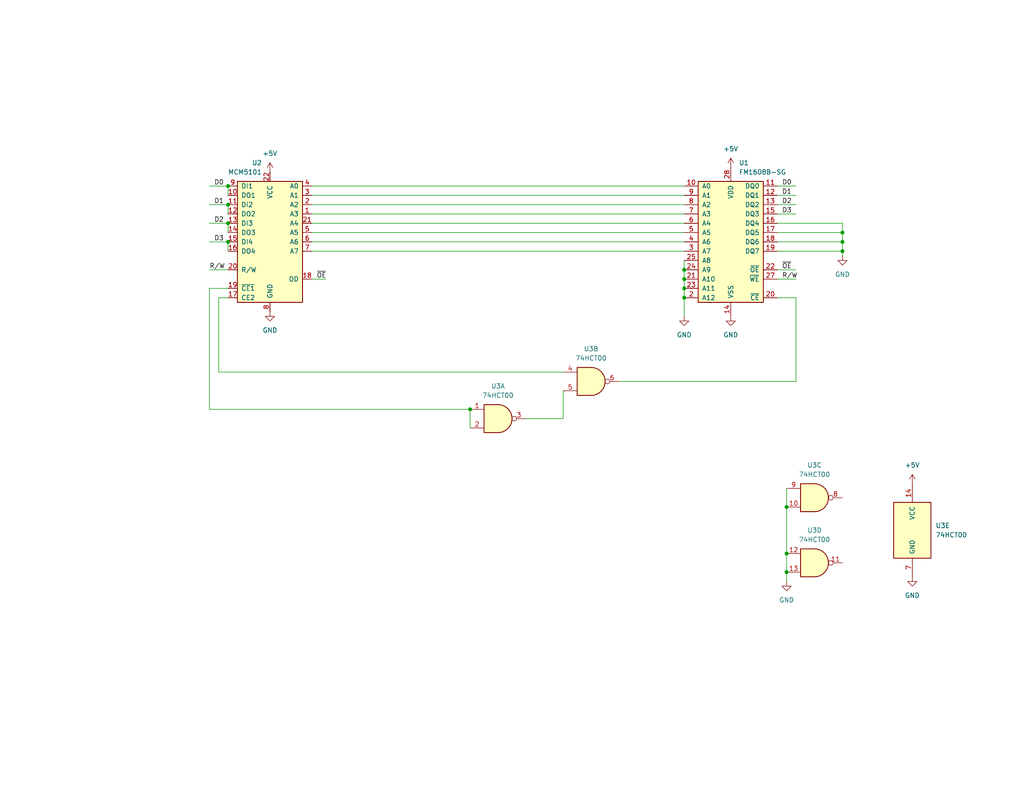
<source format=kicad_sch>
(kicad_sch (version 20231120) (generator "eeschema") (generator_version "8.0")
  (paper "USLetter")
  (title_block (title "FM1608 to 5101 Adapter") (date "2024-12-27") (rev "v1.0") (company "Marc Deslauriers"))
  (lib_symbols
    (symbol "5101:MCM5101" (pin_names (offset 1.016))
      (property "Reference" "U" (at -7.62 17.78 0))
      (property "Value" "MCM5101" (at 1.27 17.78 0))
      (symbol "MCM5101_0_1"
        (rectangle (start -8.89 16.51) (end 8.89 -16.51) (stroke (width 0.254)) (fill (type background)))
      )
      (symbol "MCM5101_1_0"
        (pin input line (at 11.43 -7.62 180) (length 2.54) (name "R/W") (number "20"))
        (pin power_in line (at 0 19.05 270) (length 2.54) (name "VCC") (number "22"))
      )
      (symbol "MCM5101_1_1"
        (pin input line (at -11.43 7.62 0) (length 2.54) (name "A3") (number "1"))
        (pin output line (at 11.43 12.7 180) (length 2.54) (name "DO1") (number "10"))
        (pin input line (at 11.43 10.16 180) (length 2.54) (name "DI2") (number "11"))
        (pin output line (at 11.43 7.62 180) (length 2.54) (name "DO2") (number "12"))
        (pin input line (at 11.43 5.08 180) (length 2.54) (name "DI3") (number "13"))
        (pin output line (at 11.43 2.54 180) (length 2.54) (name "DO3") (number "14"))
        (pin input line (at 11.43 0 180) (length 2.54) (name "DI4") (number "15"))
        (pin output line (at 11.43 -2.54 180) (length 2.54) (name "DO4") (number "16"))
        (pin input line (at 11.43 -15.24 180) (length 2.54) (name "CE2") (number "17"))
        (pin input line (at -11.43 -10.16 0) (length 2.54) (name "OD") (number "18"))
        (pin input line (at 11.43 -12.7 180) (length 2.54) (name "~{CE1}") (number "19"))
        (pin input line (at -11.43 10.16 0) (length 2.54) (name "A2") (number "2"))
        (pin input line (at -11.43 5.08 0) (length 2.54) (name "A4") (number "21"))
        (pin input line (at -11.43 12.7 0) (length 2.54) (name "A1") (number "3"))
        (pin input line (at -11.43 15.24 0) (length 2.54) (name "A0") (number "4"))
        (pin input line (at -11.43 2.54 0) (length 2.54) (name "A5") (number "5"))
        (pin input line (at -11.43 0 0) (length 2.54) (name "A6") (number "6"))
        (pin input line (at -11.43 -2.54 0) (length 2.54) (name "A7") (number "7"))
        (pin power_in line (at 0 -19.05 90) (length 2.54) (name "GND") (number "8"))
        (pin input line (at 11.43 15.24 180) (length 2.54) (name "DI1") (number "9"))
      )
    )
    (symbol "74xx:74HCT00" (pin_names (offset 1.016))
      (property "Reference" "U" (at 0 1.27 0))
      (property "Value" "74HCT00" (at 0 -1.27 0))
      (symbol "74HCT00_1_1"
        (arc (start 0 -3.81) (mid 3.7934 0) (end 0 3.81) (stroke (width 0.254)) (fill (type background)))
        (polyline (pts (xy 0 3.81) (xy -3.81 3.81) (xy -3.81 -3.81) (xy 0 -3.81)) (stroke (width 0.254)) (fill (type background)))
        (pin input line (at -7.62 2.54 0) (length 3.81) (name "~") (number "1"))
        (pin input line (at -7.62 -2.54 0) (length 3.81) (name "~") (number "2"))
        (pin output inverted (at 7.62 0 180) (length 3.81) (name "~") (number "3"))
      )
      (symbol "74HCT00_1_2"
        (arc (start -3.81 -3.81) (mid -2.589 0) (end -3.81 3.81) (stroke (width 0.254)))
        (arc (start -0.6096 -3.81) (mid 2.1842 -2.5851) (end 3.81 0) (stroke (width 0.254)) (fill (type background)))
        (polyline (pts (xy -3.81 -3.81) (xy -0.635 -3.81)) (stroke (width 0.254)) (fill (type background)))
        (polyline (pts (xy -3.81 3.81) (xy -0.635 3.81)) (stroke (width 0.254)) (fill (type background)))
        (polyline (pts (xy -0.635 3.81) (xy -3.81 3.81) (xy -3.81 3.81) (xy -3.556 3.4036) (xy -3.0226 2.2606) (xy -2.6924 1.0414) (xy -2.6162 -0.254) (xy -2.7686 -1.4986) (xy -3.175 -2.7178) (xy -3.81 -3.81) (xy -3.81 -3.81) (xy -0.635 -3.81)) (stroke (width -25.4)) (fill (type background)))
        (arc (start 3.81 0) (mid 2.1915 2.5936) (end -0.6096 3.81) (stroke (width 0.254)) (fill (type background)))
        (pin input inverted (at -7.62 2.54 0) (length 4.318) (name "~") (number "1"))
        (pin input inverted (at -7.62 -2.54 0) (length 4.318) (name "~") (number "2"))
        (pin output line (at 7.62 0 180) (length 3.81) (name "~") (number "3"))
      )
      (symbol "74HCT00_2_1"
        (arc (start 0 -3.81) (mid 3.7934 0) (end 0 3.81) (stroke (width 0.254)) (fill (type background)))
        (polyline (pts (xy 0 3.81) (xy -3.81 3.81) (xy -3.81 -3.81) (xy 0 -3.81)) (stroke (width 0.254)) (fill (type background)))
        (pin input line (at -7.62 2.54 0) (length 3.81) (name "~") (number "4"))
        (pin input line (at -7.62 -2.54 0) (length 3.81) (name "~") (number "5"))
        (pin output inverted (at 7.62 0 180) (length 3.81) (name "~") (number "6"))
      )
      (symbol "74HCT00_2_2"
        (arc (start -3.81 -3.81) (mid -2.589 0) (end -3.81 3.81) (stroke (width 0.254)))
        (arc (start -0.6096 -3.81) (mid 2.1842 -2.5851) (end 3.81 0) (stroke (width 0.254)) (fill (type background)))
        (polyline (pts (xy -3.81 -3.81) (xy -0.635 -3.81)) (stroke (width 0.254)) (fill (type background)))
        (polyline (pts (xy -3.81 3.81) (xy -0.635 3.81)) (stroke (width 0.254)) (fill (type background)))
        (polyline (pts (xy -0.635 3.81) (xy -3.81 3.81) (xy -3.81 3.81) (xy -3.556 3.4036) (xy -3.0226 2.2606) (xy -2.6924 1.0414) (xy -2.6162 -0.254) (xy -2.7686 -1.4986) (xy -3.175 -2.7178) (xy -3.81 -3.81) (xy -3.81 -3.81) (xy -0.635 -3.81)) (stroke (width -25.4)) (fill (type background)))
        (arc (start 3.81 0) (mid 2.1915 2.5936) (end -0.6096 3.81) (stroke (width 0.254)) (fill (type background)))
        (pin input inverted (at -7.62 2.54 0) (length 4.318) (name "~") (number "4"))
        (pin input inverted (at -7.62 -2.54 0) (length 4.318) (name "~") (number "5"))
        (pin output line (at 7.62 0 180) (length 3.81) (name "~") (number "6"))
      )
      (symbol "74HCT00_3_1"
        (arc (start 0 -3.81) (mid 3.7934 0) (end 0 3.81) (stroke (width 0.254)) (fill (type background)))
        (polyline (pts (xy 0 3.81) (xy -3.81 3.81) (xy -3.81 -3.81) (xy 0 -3.81)) (stroke (width 0.254)) (fill (type background)))
        (pin input line (at -7.62 -2.54 0) (length 3.81) (name "~") (number "10"))
        (pin output inverted (at 7.62 0 180) (length 3.81) (name "~") (number "8"))
        (pin input line (at -7.62 2.54 0) (length 3.81) (name "~") (number "9"))
      )
      (symbol "74HCT00_3_2"
        (arc (start -3.81 -3.81) (mid -2.589 0) (end -3.81 3.81) (stroke (width 0.254)))
        (arc (start -0.6096 -3.81) (mid 2.1842 -2.5851) (end 3.81 0) (stroke (width 0.254)) (fill (type background)))
        (polyline (pts (xy -3.81 -3.81) (xy -0.635 -3.81)) (stroke (width 0.254)) (fill (type background)))
        (polyline (pts (xy -3.81 3.81) (xy -0.635 3.81)) (stroke (width 0.254)) (fill (type background)))
        (polyline (pts (xy -0.635 3.81) (xy -3.81 3.81) (xy -3.81 3.81) (xy -3.556 3.4036) (xy -3.0226 2.2606) (xy -2.6924 1.0414) (xy -2.6162 -0.254) (xy -2.7686 -1.4986) (xy -3.175 -2.7178) (xy -3.81 -3.81) (xy -3.81 -3.81) (xy -0.635 -3.81)) (stroke (width -25.4)) (fill (type background)))
        (arc (start 3.81 0) (mid 2.1915 2.5936) (end -0.6096 3.81) (stroke (width 0.254)) (fill (type background)))
        (pin input inverted (at -7.62 -2.54 0) (length 4.318) (name "~") (number "10"))
        (pin output line (at 7.62 0 180) (length 3.81) (name "~") (number "8"))
        (pin input inverted (at -7.62 2.54 0) (length 4.318) (name "~") (number "9"))
      )
      (symbol "74HCT00_4_1"
        (arc (start 0 -3.81) (mid 3.7934 0) (end 0 3.81) (stroke (width 0.254)) (fill (type background)))
        (polyline (pts (xy 0 3.81) (xy -3.81 3.81) (xy -3.81 -3.81) (xy 0 -3.81)) (stroke (width 0.254)) (fill (type background)))
        (pin output inverted (at 7.62 0 180) (length 3.81) (name "~") (number "11"))
        (pin input line (at -7.62 2.54 0) (length 3.81) (name "~") (number "12"))
        (pin input line (at -7.62 -2.54 0) (length 3.81) (name "~") (number "13"))
      )
      (symbol "74HCT00_4_2"
        (arc (start -3.81 -3.81) (mid -2.589 0) (end -3.81 3.81) (stroke (width 0.254)))
        (arc (start -0.6096 -3.81) (mid 2.1842 -2.5851) (end 3.81 0) (stroke (width 0.254)) (fill (type background)))
        (polyline (pts (xy -3.81 -3.81) (xy -0.635 -3.81)) (stroke (width 0.254)) (fill (type background)))
        (polyline (pts (xy -3.81 3.81) (xy -0.635 3.81)) (stroke (width 0.254)) (fill (type background)))
        (polyline (pts (xy -0.635 3.81) (xy -3.81 3.81) (xy -3.81 3.81) (xy -3.556 3.4036) (xy -3.0226 2.2606) (xy -2.6924 1.0414) (xy -2.6162 -0.254) (xy -2.7686 -1.4986) (xy -3.175 -2.7178) (xy -3.81 -3.81) (xy -3.81 -3.81) (xy -0.635 -3.81)) (stroke (width -25.4)) (fill (type background)))
        (arc (start 3.81 0) (mid 2.1915 2.5936) (end -0.6096 3.81) (stroke (width 0.254)) (fill (type background)))
        (pin output line (at 7.62 0 180) (length 3.81) (name "~") (number "11"))
        (pin input inverted (at -7.62 2.54 0) (length 4.318) (name "~") (number "12"))
        (pin input inverted (at -7.62 -2.54 0) (length 4.318) (name "~") (number "13"))
      )
      (symbol "74HCT00_5_0"
        (pin power_in line (at 0 12.7 270) (length 5.08) (name "VCC") (number "14"))
        (pin power_in line (at 0 -12.7 90) (length 5.08) (name "GND") (number "7"))
      )
      (symbol "74HCT00_5_1"
        (rectangle (start -5.08 7.62) (end 5.08 -7.62) (stroke (width 0.254)) (fill (type background)))
      )
    )
    (symbol "Memory_NVRAM:FM1608B-SG" (pin_names (offset 1.016))
      (property "Reference" "U" (at -7.62 17.78 0))
      (property "Value" "FM1608B-SG" (at 1.27 17.78 0))
      (symbol "FM1608B-SG_0_1"
        (rectangle (start -8.89 16.51) (end 8.89 -16.51) (stroke (width 0.254)) (fill (type background)))
      )
      (symbol "FM1608B-SG_1_1"
        (pin input line (at -12.7 15.24 0) (length 3.81) (name "A0") (number "10"))
        (pin bidirectional line (at 12.7 15.24 180) (length 3.81) (name "DQ0") (number "11"))
        (pin bidirectional line (at 12.7 12.7 180) (length 3.81) (name "DQ1") (number "12"))
        (pin bidirectional line (at 12.7 10.16 180) (length 3.81) (name "DQ2") (number "13"))
        (pin power_in line (at 0 -20.32 90) (length 3.81) (name "VSS") (number "14"))
        (pin bidirectional line (at 12.7 7.62 180) (length 3.81) (name "DQ3") (number "15"))
        (pin bidirectional line (at 12.7 5.08 180) (length 3.81) (name "DQ4") (number "16"))
        (pin bidirectional line (at 12.7 2.54 180) (length 3.81) (name "DQ5") (number "17"))
        (pin bidirectional line (at 12.7 0 180) (length 3.81) (name "DQ6") (number "18"))
        (pin bidirectional line (at 12.7 -2.54 180) (length 3.81) (name "DQ7") (number "19"))
        (pin input line (at -12.7 -15.24 0) (length 3.81) (name "A12") (number "2"))
        (pin input line (at 12.7 -15.24 180) (length 3.81) (name "~{CE}") (number "20"))
        (pin input line (at -12.7 -10.16 0) (length 3.81) (name "A10") (number "21"))
        (pin input line (at 12.7 -7.62 180) (length 3.81) (name "~{OE}") (number "22"))
        (pin input line (at -12.7 -12.7 0) (length 3.81) (name "A11") (number "23"))
        (pin input line (at -12.7 -7.62 0) (length 3.81) (name "A9") (number "24"))
        (pin input line (at -12.7 -5.08 0) (length 3.81) (name "A8") (number "25"))
        (pin input line (at 12.7 -10.16 180) (length 3.81) (name "~{WE}") (number "27"))
        (pin power_in line (at 0 20.32 270) (length 3.81) (name "VDD") (number "28"))
        (pin input line (at -12.7 -2.54 0) (length 3.81) (name "A7") (number "3"))
        (pin input line (at -12.7 0 0) (length 3.81) (name "A6") (number "4"))
        (pin input line (at -12.7 2.54 0) (length 3.81) (name "A5") (number "5"))
        (pin input line (at -12.7 5.08 0) (length 3.81) (name "A4") (number "6"))
        (pin input line (at -12.7 7.62 0) (length 3.81) (name "A3") (number "7"))
        (pin input line (at -12.7 10.16 0) (length 3.81) (name "A2") (number "8"))
        (pin input line (at -12.7 12.7 0) (length 3.81) (name "A1") (number "9"))
      )
    )
    (symbol "power:+5V" (power) (pin_numbers hide) (pin_names (offset 0) hide)
      (property "Value" "+5V" (at 0 3.556 0))
      (symbol "+5V_0_1"
        (polyline (pts (xy -0.762 1.27) (xy 0 2.54)))
        (polyline (pts (xy 0 0) (xy 0 2.54)))
        (polyline (pts (xy 0 2.54) (xy 0.762 1.27)))
      )
      (symbol "+5V_1_1"
        (pin power_in line (at 0 0 90) (length 0) (name "~") (number "1"))
      )
    )
    (symbol "power:GND" (power) (pin_numbers hide) (pin_names (offset 0) hide)
      (property "Value" "GND" (at 0 -3.81 0))
      (symbol "GND_0_1"
        (polyline (pts (xy 0 0) (xy 0 -1.27) (xy 1.27 -1.27) (xy 0 -2.54) (xy -1.27 -1.27) (xy 0 -1.27)))
      )
      (symbol "GND_1_1"
        (pin power_in line (at 0 0 270) (length 0) (name "~") (number "1"))
      )
    )
  )
  (junction (at 186.69 81.28))
  (junction (at 62.23 55.88))
  (junction (at 214.63 151.13))
  (junction (at 229.87 63.5))
  (junction (at 62.23 60.96))
  (junction (at 229.87 66.04))
  (junction (at 62.23 50.8))
  (junction (at 128.27 111.76))
  (junction (at 186.69 73.66))
  (junction (at 186.69 76.2))
  (junction (at 229.87 68.58))
  (junction (at 186.69 78.74))
  (junction (at 214.63 156.21))
  (junction (at 62.23 66.04))
  (junction (at 214.63 138.43))
  (wire (pts (xy 186.69 81.28) (xy 186.69 86.36)))
  (wire (pts (xy 62.23 78.74) (xy 57.15 78.74)))
  (wire (pts (xy 212.09 73.66) (xy 217.17 73.66)))
  (wire (pts (xy 212.09 55.88) (xy 217.17 55.88)))
  (wire (pts (xy 85.09 53.34) (xy 186.69 53.34)))
  (wire (pts (xy 62.23 50.8) (xy 62.23 53.34)))
  (wire (pts (xy 217.17 104.14) (xy 168.91 104.14)))
  (wire (pts (xy 62.23 60.96) (xy 57.15 60.96)))
  (wire (pts (xy 62.23 60.96) (xy 62.23 63.5)))
  (wire (pts (xy 229.87 60.96) (xy 229.87 63.5)))
  (wire (pts (xy 62.23 81.28) (xy 59.69 81.28)))
  (wire (pts (xy 85.09 50.8) (xy 186.69 50.8)))
  (wire (pts (xy 57.15 55.88) (xy 62.23 55.88)))
  (wire (pts (xy 186.69 73.66) (xy 186.69 76.2)))
  (wire (pts (xy 85.09 58.42) (xy 186.69 58.42)))
  (wire (pts (xy 85.09 55.88) (xy 186.69 55.88)))
  (wire (pts (xy 229.87 66.04) (xy 229.87 68.58)))
  (wire (pts (xy 229.87 63.5) (xy 229.87 66.04)))
  (wire (pts (xy 212.09 68.58) (xy 229.87 68.58)))
  (wire (pts (xy 57.15 66.04) (xy 62.23 66.04)))
  (wire (pts (xy 212.09 66.04) (xy 229.87 66.04)))
  (wire (pts (xy 143.51 114.3) (xy 153.67 114.3)))
  (wire (pts (xy 85.09 68.58) (xy 186.69 68.58)))
  (wire (pts (xy 57.15 111.76) (xy 128.27 111.76)))
  (wire (pts (xy 59.69 81.28) (xy 59.69 101.6)))
  (wire (pts (xy 212.09 58.42) (xy 217.17 58.42)))
  (wire (pts (xy 186.69 71.12) (xy 186.69 73.66)))
  (wire (pts (xy 85.09 63.5) (xy 186.69 63.5)))
  (wire (pts (xy 217.17 81.28) (xy 217.17 104.14)))
  (wire (pts (xy 214.63 156.21) (xy 214.63 158.75)))
  (wire (pts (xy 57.15 78.74) (xy 57.15 111.76)))
  (wire (pts (xy 214.63 151.13) (xy 214.63 156.21)))
  (wire (pts (xy 214.63 133.35) (xy 214.63 138.43)))
  (wire (pts (xy 85.09 66.04) (xy 186.69 66.04)))
  (wire (pts (xy 57.15 50.8) (xy 62.23 50.8)))
  (wire (pts (xy 128.27 111.76) (xy 128.27 116.84)))
  (wire (pts (xy 212.09 81.28) (xy 217.17 81.28)))
  (wire (pts (xy 212.09 50.8) (xy 217.17 50.8)))
  (wire (pts (xy 85.09 76.2) (xy 88.9 76.2)))
  (wire (pts (xy 214.63 138.43) (xy 214.63 151.13)))
  (wire (pts (xy 186.69 78.74) (xy 186.69 81.28)))
  (wire (pts (xy 62.23 55.88) (xy 62.23 58.42)))
  (wire (pts (xy 212.09 63.5) (xy 229.87 63.5)))
  (wire (pts (xy 62.23 66.04) (xy 62.23 68.58)))
  (wire (pts (xy 212.09 60.96) (xy 229.87 60.96)))
  (wire (pts (xy 212.09 76.2) (xy 217.17 76.2)))
  (wire (pts (xy 153.67 114.3) (xy 153.67 106.68)))
  (wire (pts (xy 59.69 101.6) (xy 153.67 101.6)))
  (wire (pts (xy 212.09 53.34) (xy 217.17 53.34)))
  (wire (pts (xy 57.15 73.66) (xy 62.23 73.66)))
  (wire (pts (xy 229.87 69.85) (xy 229.87 68.58)))
  (wire (pts (xy 186.69 76.2) (xy 186.69 78.74)))
  (wire (pts (xy 85.09 60.96) (xy 186.69 60.96)))
  (label "D0" (at 58.42 50.8 0))
  (label "~{OE}" (at 213.36 73.66 0))
  (label "R{slash}W" (at 213.36 76.2 0))
  (label "~{OE}" (at 86.36 76.2 0))
  (label "D3" (at 58.42 66.04 0))
  (label "D0" (at 213.36 50.8 0))
  (label "D1" (at 213.36 53.34 0))
  (label "D1" (at 58.42 55.88 0))
  (label "R{slash}W" (at 57.15 73.66 0))
  (label "D3" (at 213.36 58.42 0))
  (label "D2" (at 213.36 55.88 0))
  (label "D2" (at 58.42 60.96 0))
  (symbol (lib_id "power:GND") (at 248.92 157.48 0) (unit 1)
    (property "Reference" "#PWR07" (effects (hide yes)))
    (property "Value" "GND" (at 248.92 162.56 0))
    (property "Description" "Power symbol creates a global label with name \"GND\" , ground" (effects (hide yes)))
  )
  (symbol (lib_id "74xx:74HCT00") (at 135.89 114.3 0) (unit 1)
    (property "Reference" "U3" (at 135.8817 105.41 0))
    (property "Value" "74HCT00" (at 135.8817 107.95 0))
    (property "Footprint" "Package_SO:SOIC-14_3.9x8.7mm_P1.27mm" (effects (hide yes)))
    (property "Datasheet" "http://www.ti.com/lit/gpn/sn74hct00" (effects (hide yes)))
    (property "Description" "quad 2-input NAND gate" (effects (hide yes)))
    (property "LCSC Part #" "C6764" (effects (hide yes)))
  )
  (symbol (lib_id "74xx:74HCT00") (at 248.92 144.78 0) (unit 5)
    (property "Reference" "U3" (at 255.27 143.5099 0) (effects (justify left)))
    (property "Value" "74HCT00" (at 255.27 146.0499 0) (effects (justify left)))
    (property "Footprint" "Package_SO:SOIC-14_3.9x8.7mm_P1.27mm" (effects (hide yes)))
    (property "Datasheet" "http://www.ti.com/lit/gpn/sn74hct00" (effects (hide yes)))
    (property "Description" "quad 2-input NAND gate" (effects (hide yes)))
    (property "LCSC Part #" "C6764" (effects (hide yes)))
  )
  (symbol (lib_id "74xx:74HCT00") (at 222.25 135.89 0) (unit 3)
    (property "Reference" "U3" (at 222.2417 127 0))
    (property "Value" "74HCT00" (at 222.2417 129.54 0))
    (property "Footprint" "Package_SO:SOIC-14_3.9x8.7mm_P1.27mm" (effects (hide yes)))
    (property "Datasheet" "http://www.ti.com/lit/gpn/sn74hct00" (effects (hide yes)))
    (property "Description" "quad 2-input NAND gate" (effects (hide yes)))
    (property "LCSC Part #" "C6764" (effects (hide yes)))
  )
  (symbol (lib_id "power:GND") (at 229.87 69.85 0) (unit 1)
    (property "Reference" "#PWR06" (effects (hide yes)))
    (property "Value" "GND" (at 229.87 74.93 0))
    (property "Description" "Power symbol creates a global label with name \"GND\" , ground" (effects (hide yes)))
  )
  (symbol (lib_id "power:+5V") (at 73.66 46.99 0) (unit 1)
    (property "Reference" "#PWR01" (effects (hide yes)))
    (property "Value" "+5V" (at 73.66 41.91 0))
    (property "Description" "Power symbol creates a global label with name \"+5V\"" (effects (hide yes)))
  )
  (symbol (lib_id "5101:MCM5101") (at 73.66 66.04 0) (mirror y) (unit 1)
    (property "Reference" "U2" (at 71.4659 44.45 0) (effects (justify left)))
    (property "Value" "MCM5101" (at 71.4659 46.99 0) (effects (justify left)))
    (property "Footprint" "Package_DIP:DIP-22_W10.16mm_Socket_LongPads" (effects (hide yes)))
    (property "Description" "256 x 4 BIT STATIC RAM" (effects (hide yes)))
  )
  (symbol (lib_id "Memory_NVRAM:FM1608B-SG") (at 199.39 66.04 0) (unit 1)
    (property "Reference" "U1" (at 201.5841 44.45 0) (effects (justify left)))
    (property "Value" "FM1608B-SG" (at 201.5841 46.99 0) (effects (justify left)))
    (property "Footprint" "Package_DIP:DIP-28_W15.24mm_Socket_LongPads" (effects (hide yes)))
    (property "Datasheet" "http://www.cypress.com/file/41731/download" (effects (hide yes)))
    (property "Description" "64Kb FRAM nonvolatile memory, SOIC-28" (effects (hide yes)))
  )
  (symbol (lib_id "power:GND") (at 186.69 86.36 0) (unit 1)
    (property "Reference" "#PWR05" (effects (hide yes)))
    (property "Value" "GND" (at 186.69 91.44 0))
    (property "Description" "Power symbol creates a global label with name \"GND\" , ground" (effects (hide yes)))
  )
  (symbol (lib_id "power:GND") (at 73.66 85.09 0) (unit 1)
    (property "Reference" "#PWR03" (effects (hide yes)))
    (property "Value" "GND" (at 73.66 90.17 0))
    (property "Description" "Power symbol creates a global label with name \"GND\" , ground" (effects (hide yes)))
  )
  (symbol (lib_id "power:+5V") (at 248.92 132.08 0) (unit 1)
    (property "Reference" "#PWR08" (effects (hide yes)))
    (property "Value" "+5V" (at 248.92 127 0))
    (property "Description" "Power symbol creates a global label with name \"+5V\"" (effects (hide yes)))
  )
  (symbol (lib_id "74xx:74HCT00") (at 222.25 153.67 0) (unit 4)
    (property "Reference" "U3" (at 222.2417 144.78 0))
    (property "Value" "74HCT00" (at 222.2417 147.32 0))
    (property "Footprint" "Package_SO:SOIC-14_3.9x8.7mm_P1.27mm" (effects (hide yes)))
    (property "Datasheet" "http://www.ti.com/lit/gpn/sn74hct00" (effects (hide yes)))
    (property "Description" "quad 2-input NAND gate" (effects (hide yes)))
    (property "LCSC Part #" "C6764" (effects (hide yes)))
  )
  (symbol (lib_id "74xx:74HCT00") (at 161.29 104.14 0) (unit 2)
    (property "Reference" "U3" (at 161.2817 95.25 0))
    (property "Value" "74HCT00" (at 161.2817 97.79 0))
    (property "Footprint" "Package_SO:SOIC-14_3.9x8.7mm_P1.27mm" (effects (hide yes)))
    (property "Datasheet" "http://www.ti.com/lit/gpn/sn74hct00" (effects (hide yes)))
    (property "Description" "quad 2-input NAND gate" (effects (hide yes)))
    (property "LCSC Part #" "C6764" (effects (hide yes)))
  )
  (symbol (lib_id "power:GND") (at 199.39 86.36 0) (unit 1)
    (property "Reference" "#PWR04" (effects (hide yes)))
    (property "Value" "GND" (at 199.39 91.44 0))
    (property "Description" "Power symbol creates a global label with name \"GND\" , ground" (effects (hide yes)))
  )
  (symbol (lib_id "power:GND") (at 214.63 158.75 0) (unit 1)
    (property "Reference" "#PWR09" (effects (hide yes)))
    (property "Value" "GND" (at 214.63 163.83 0))
    (property "Description" "Power symbol creates a global label with name \"GND\" , ground" (effects (hide yes)))
  )
  (symbol (lib_id "power:+5V") (at 199.39 45.72 0) (unit 1)
    (property "Reference" "#PWR02" (effects (hide yes)))
    (property "Value" "+5V" (at 199.39 40.64 0))
    (property "Description" "Power symbol creates a global label with name \"+5V\"" (effects (hide yes)))
  )
)
</source>
